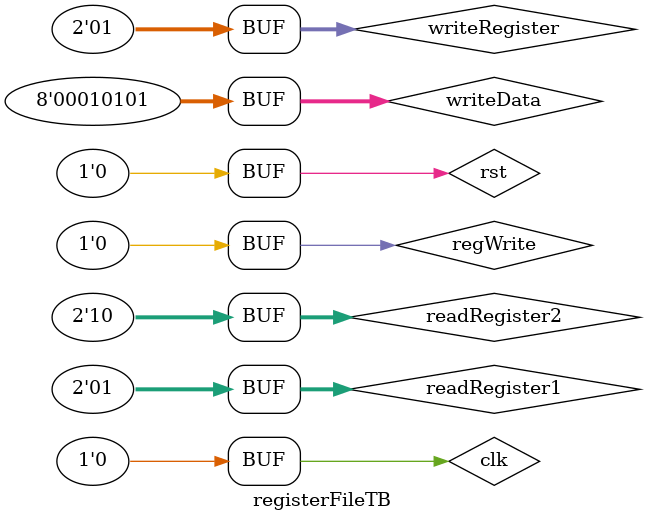
<source format=v>
module registerFile(
	input clk, rst, regWrite,
	input [1:0] readRegister1, readRegister2, writeRegister,
	input [7:0]writeData,
	output [7:0] readData1, readData2
);
	reg [7:0]mem[0:3];
	integer i;

	always @(posedge clk, posedge rst) begin
		if (rst) begin
            for (i = 0; i < 4; i = i + 1)
                mem[i] = 8'b0;
        end
        else if (regWrite)
            mem[writeRegister] = writeData;
	end

	assign readData1 = mem[readRegister1];
    assign readData2 = mem[readRegister2];

endmodule

module registerFileTB();
	reg [1:0] readRegister1, readRegister2, writeRegister;
	reg clk, rst, regWrite;
	reg [7:0]writeData;
	wire [7:0] readData1, readData2;

  	registerFile regFile(clk, rst, regWrite, writeData, readRegister1, readRegister2, writeRegister, readData1, readData2);
  
	initial begin
		clk=0;
    	repeat (40)
    	#200 clk=~clk;
	end
  
  	initial begin
    	#200;
    	rst = 1; 
	    #400;
	    rst = 0;
	    readRegister1 = 2'b01;
	    readRegister2 = 2'b10;
	    regWrite = 1'b0;
	    #400;
	    writeRegister = 2'b01;
	    writeData = 8'b00010101;
	    readRegister1 = 2'b11;
	    readRegister2 = 2'b00;
	    regWrite = 1'b1;
	    #400;
	    readRegister1 = 2'b01;
	    readRegister2 = 2'b10;
	    regWrite = 1'b0;
	    #400;
  	end
endmodule
</source>
